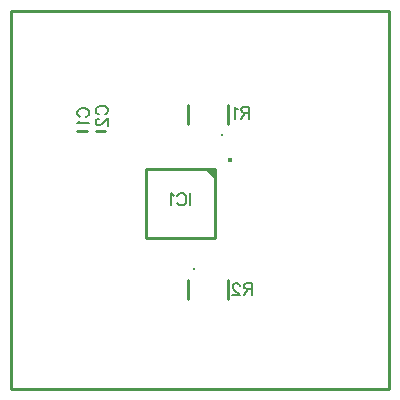
<source format=gbo>
G04 DipTrace 2.4.0.1*
%INminishift.backsilk.gbo*%
%MOIN*%
%ADD10C,0.0098*%
%ADD20O,0.0165X0.0164*%
%ADD25C,0.0118*%
%ADD51C,0.0062*%
%FSLAX44Y44*%
G04*
G70*
G90*
G75*
G01*
%LNBotSilk*%
%LPD*%
X6470Y12561D2*
D10*
X6155D1*
X7095D2*
X6780D1*
X10738Y11270D2*
X8455D1*
Y8986D1*
X10738D1*
Y11270D1*
D20*
X11255Y11581D3*
G36*
X10738Y11270D2*
Y10955D1*
X10423Y11270D1*
X10738D1*
G37*
X16549Y3951D2*
D10*
X3951D1*
Y16549D1*
X16549D1*
Y3951D1*
X11197Y12790D2*
Y13420D1*
X9858Y12790D2*
Y13420D1*
D25*
X11000Y12420D3*
X9858Y7586D2*
D10*
Y6956D1*
X11197Y7586D2*
Y6956D1*
D25*
X10055Y7955D3*
X6250Y13023D2*
D51*
X6212Y13042D1*
X6174Y13080D1*
X6155Y13118D1*
Y13195D1*
X6174Y13233D1*
X6212Y13271D1*
X6250Y13291D1*
X6308Y13310D1*
X6404D1*
X6461Y13291D1*
X6499Y13271D1*
X6537Y13233D1*
X6557Y13195D1*
Y13118D1*
X6537Y13080D1*
X6499Y13042D1*
X6461Y13023D1*
X6232Y12899D2*
X6212Y12861D1*
X6155Y12804D1*
X6557D1*
X6875Y13109D2*
X6837Y13128D1*
X6799Y13166D1*
X6780Y13204D1*
Y13281D1*
X6799Y13319D1*
X6837Y13357D1*
X6875Y13377D1*
X6933Y13396D1*
X7029D1*
X7086Y13377D1*
X7124Y13357D1*
X7162Y13319D1*
X7182Y13281D1*
Y13204D1*
X7162Y13166D1*
X7124Y13128D1*
X7086Y13109D1*
X6876Y12966D2*
X6857D1*
X6818Y12947D1*
X6799Y12928D1*
X6780Y12890D1*
Y12813D1*
X6799Y12775D1*
X6818Y12756D1*
X6857Y12737D1*
X6895D1*
X6933Y12756D1*
X6990Y12794D1*
X7182Y12985D1*
Y12718D1*
X9912Y10472D2*
Y10070D1*
X9501Y10376D2*
X9520Y10414D1*
X9559Y10453D1*
X9597Y10472D1*
X9673D1*
X9712Y10453D1*
X9750Y10414D1*
X9769Y10376D1*
X9788Y10319D1*
Y10223D1*
X9769Y10166D1*
X9750Y10127D1*
X9712Y10089D1*
X9673Y10070D1*
X9597D1*
X9559Y10089D1*
X9520Y10127D1*
X9501Y10166D1*
X9378Y10395D2*
X9339Y10414D1*
X9282Y10471D1*
Y10070D1*
X11896Y13165D2*
X11724D1*
X11667Y13185D1*
X11648Y13204D1*
X11628Y13242D1*
Y13280D1*
X11648Y13318D1*
X11667Y13338D1*
X11724Y13357D1*
X11896D1*
Y12955D1*
X11762Y13165D2*
X11628Y12955D1*
X11505Y13280D2*
X11467Y13299D1*
X11409Y13356D1*
Y12955D1*
X11982Y7283D2*
X11810D1*
X11753Y7303D1*
X11734Y7322D1*
X11715Y7360D1*
Y7398D1*
X11734Y7436D1*
X11753Y7456D1*
X11810Y7475D1*
X11982D1*
Y7073D1*
X11849Y7283D2*
X11715Y7073D1*
X11572Y7379D2*
Y7398D1*
X11553Y7436D1*
X11534Y7455D1*
X11495Y7474D1*
X11419D1*
X11381Y7455D1*
X11362Y7436D1*
X11342Y7398D1*
Y7360D1*
X11362Y7321D1*
X11400Y7264D1*
X11591Y7073D1*
X11323D1*
M02*

</source>
